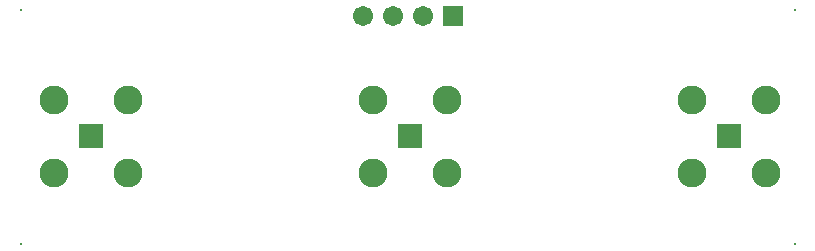
<source format=gbs>
G04*
G04 #@! TF.GenerationSoftware,Altium Limited,Altium Designer,21.9.2 (33)*
G04*
G04 Layer_Color=16711935*
%FSLAX25Y25*%
%MOIN*%
G70*
G04*
G04 #@! TF.SameCoordinates,BA86B5FE-6ADB-4B19-9B50-1FBFE32A4508*
G04*
G04*
G04 #@! TF.FilePolarity,Negative*
G04*
G01*
G75*
%ADD15R,0.08477X0.08477*%
%ADD16C,0.09658*%
%ADD17C,0.00900*%
%ADD18C,0.06706*%
%ADD19R,0.06706X0.06706*%
D15*
X137795Y43740D02*
D03*
X244094D02*
D03*
X31496D02*
D03*
D16*
X125492Y31437D02*
D03*
X150098D02*
D03*
Y56043D02*
D03*
X125492D02*
D03*
X231791Y31437D02*
D03*
X256398D02*
D03*
Y56043D02*
D03*
X231791D02*
D03*
X19193Y31437D02*
D03*
X43799D02*
D03*
Y56043D02*
D03*
X19193D02*
D03*
D17*
X8000Y8000D02*
D03*
X266000D02*
D03*
Y86000D02*
D03*
X8000D02*
D03*
D18*
X122000Y84000D02*
D03*
X132000D02*
D03*
X142000D02*
D03*
D19*
X152000D02*
D03*
M02*

</source>
